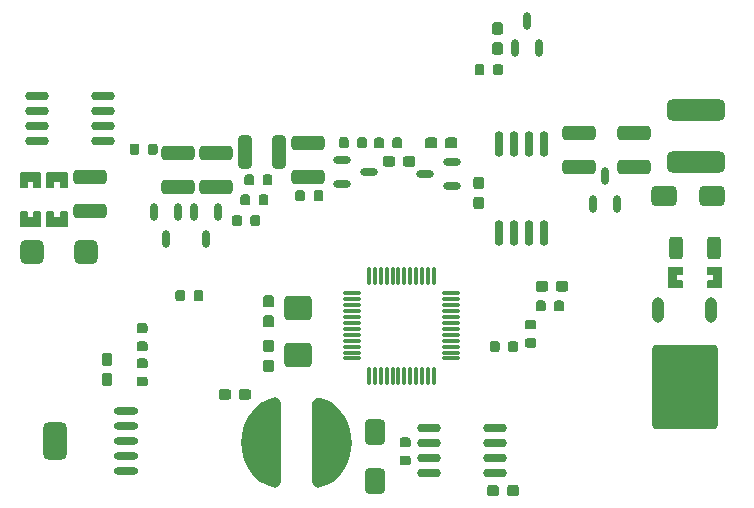
<source format=gtp>
G04 Layer_Color=8421504*
%FSLAX24Y24*%
%MOIN*%
G70*
G01*
G75*
%ADD15O,0.0800X0.0295*%
%ADD16O,0.0807X0.0256*%
G04:AMPARAMS|DCode=17|XSize=126mil|YSize=80.7mil|CornerRadius=20.2mil|HoleSize=0mil|Usage=FLASHONLY|Rotation=270.000|XOffset=0mil|YOffset=0mil|HoleType=Round|Shape=RoundedRectangle|*
%AMROUNDEDRECTD17*
21,1,0.1260,0.0404,0,0,270.0*
21,1,0.0856,0.0807,0,0,270.0*
1,1,0.0404,-0.0202,-0.0428*
1,1,0.0404,-0.0202,0.0428*
1,1,0.0404,0.0202,0.0428*
1,1,0.0404,0.0202,-0.0428*
%
%ADD17ROUNDEDRECTD17*%
%ADD18O,0.0118X0.0630*%
%ADD19O,0.0630X0.0118*%
%ADD20O,0.0295X0.0850*%
G04:AMPARAMS|DCode=21|XSize=110.2mil|YSize=47.2mil|CornerRadius=11.8mil|HoleSize=0mil|Usage=FLASHONLY|Rotation=180.000|XOffset=0mil|YOffset=0mil|HoleType=Round|Shape=RoundedRectangle|*
%AMROUNDEDRECTD21*
21,1,0.1102,0.0236,0,0,180.0*
21,1,0.0866,0.0472,0,0,180.0*
1,1,0.0236,-0.0433,0.0118*
1,1,0.0236,0.0433,0.0118*
1,1,0.0236,0.0433,-0.0118*
1,1,0.0236,-0.0433,-0.0118*
%
%ADD21ROUNDEDRECTD21*%
G04:AMPARAMS|DCode=22|XSize=110.2mil|YSize=47.2mil|CornerRadius=11.8mil|HoleSize=0mil|Usage=FLASHONLY|Rotation=90.000|XOffset=0mil|YOffset=0mil|HoleType=Round|Shape=RoundedRectangle|*
%AMROUNDEDRECTD22*
21,1,0.1102,0.0236,0,0,90.0*
21,1,0.0866,0.0472,0,0,90.0*
1,1,0.0236,0.0118,0.0433*
1,1,0.0236,0.0118,-0.0433*
1,1,0.0236,-0.0118,-0.0433*
1,1,0.0236,-0.0118,0.0433*
%
%ADD22ROUNDEDRECTD22*%
G04:AMPARAMS|DCode=23|XSize=194.9mil|YSize=70.9mil|CornerRadius=17.7mil|HoleSize=0mil|Usage=FLASHONLY|Rotation=0.000|XOffset=0mil|YOffset=0mil|HoleType=Round|Shape=RoundedRectangle|*
%AMROUNDEDRECTD23*
21,1,0.1949,0.0354,0,0,0.0*
21,1,0.1594,0.0709,0,0,0.0*
1,1,0.0354,0.0797,-0.0177*
1,1,0.0354,-0.0797,-0.0177*
1,1,0.0354,-0.0797,0.0177*
1,1,0.0354,0.0797,0.0177*
%
%ADD23ROUNDEDRECTD23*%
G04:AMPARAMS|DCode=25|XSize=90.6mil|YSize=82.7mil|CornerRadius=12.4mil|HoleSize=0mil|Usage=FLASHONLY|Rotation=0.000|XOffset=0mil|YOffset=0mil|HoleType=Round|Shape=RoundedRectangle|*
%AMROUNDEDRECTD25*
21,1,0.0906,0.0579,0,0,0.0*
21,1,0.0657,0.0827,0,0,0.0*
1,1,0.0248,0.0329,-0.0289*
1,1,0.0248,-0.0329,-0.0289*
1,1,0.0248,-0.0329,0.0289*
1,1,0.0248,0.0329,0.0289*
%
%ADD25ROUNDEDRECTD25*%
G04:AMPARAMS|DCode=26|XSize=47.2mil|YSize=74.8mil|CornerRadius=11.8mil|HoleSize=0mil|Usage=FLASHONLY|Rotation=180.000|XOffset=0mil|YOffset=0mil|HoleType=Round|Shape=RoundedRectangle|*
%AMROUNDEDRECTD26*
21,1,0.0472,0.0512,0,0,180.0*
21,1,0.0236,0.0748,0,0,180.0*
1,1,0.0236,-0.0118,0.0256*
1,1,0.0236,0.0118,0.0256*
1,1,0.0236,0.0118,-0.0256*
1,1,0.0236,-0.0118,-0.0256*
%
%ADD26ROUNDEDRECTD26*%
%ADD28O,0.0281X0.0591*%
%ADD29O,0.0591X0.0281*%
G04:AMPARAMS|DCode=31|XSize=86.6mil|YSize=68.9mil|CornerRadius=17.2mil|HoleSize=0mil|Usage=FLASHONLY|Rotation=90.000|XOffset=0mil|YOffset=0mil|HoleType=Round|Shape=RoundedRectangle|*
%AMROUNDEDRECTD31*
21,1,0.0866,0.0344,0,0,90.0*
21,1,0.0522,0.0689,0,0,90.0*
1,1,0.0344,0.0172,0.0261*
1,1,0.0344,0.0172,-0.0261*
1,1,0.0344,-0.0172,-0.0261*
1,1,0.0344,-0.0172,0.0261*
%
%ADD31ROUNDEDRECTD31*%
G04:AMPARAMS|DCode=32|XSize=86.6mil|YSize=68.9mil|CornerRadius=17.2mil|HoleSize=0mil|Usage=FLASHONLY|Rotation=180.000|XOffset=0mil|YOffset=0mil|HoleType=Round|Shape=RoundedRectangle|*
%AMROUNDEDRECTD32*
21,1,0.0866,0.0344,0,0,180.0*
21,1,0.0522,0.0689,0,0,180.0*
1,1,0.0344,-0.0261,0.0172*
1,1,0.0344,0.0261,0.0172*
1,1,0.0344,0.0261,-0.0172*
1,1,0.0344,-0.0261,-0.0172*
%
%ADD32ROUNDEDRECTD32*%
G04:AMPARAMS|DCode=34|XSize=279.5mil|YSize=218.5mil|CornerRadius=10.9mil|HoleSize=0mil|Usage=FLASHONLY|Rotation=270.000|XOffset=0mil|YOffset=0mil|HoleType=Round|Shape=RoundedRectangle|*
%AMROUNDEDRECTD34*
21,1,0.2795,0.1967,0,0,270.0*
21,1,0.2577,0.2185,0,0,270.0*
1,1,0.0219,-0.0983,-0.1288*
1,1,0.0219,-0.0983,0.1288*
1,1,0.0219,0.0983,0.1288*
1,1,0.0219,0.0983,-0.1288*
%
%ADD34ROUNDEDRECTD34*%
%ADD35O,0.0394X0.0846*%
G04:AMPARAMS|DCode=36|XSize=82.7mil|YSize=78.7mil|CornerRadius=19.7mil|HoleSize=0mil|Usage=FLASHONLY|Rotation=90.000|XOffset=0mil|YOffset=0mil|HoleType=Round|Shape=RoundedRectangle|*
%AMROUNDEDRECTD36*
21,1,0.0827,0.0394,0,0,90.0*
21,1,0.0433,0.0787,0,0,90.0*
1,1,0.0394,0.0197,0.0217*
1,1,0.0394,0.0197,-0.0217*
1,1,0.0394,-0.0197,-0.0217*
1,1,0.0394,-0.0197,0.0217*
%
%ADD36ROUNDEDRECTD36*%
G36*
X37405Y36071D02*
X37431Y36053D01*
X37449Y36026D01*
X37455Y35995D01*
Y35835D01*
X37449Y35804D01*
X37431Y35778D01*
X37405Y35760D01*
X37374Y35754D01*
X37174D01*
X37142Y35760D01*
X37116Y35778D01*
X37098Y35804D01*
X37092Y35835D01*
Y35995D01*
X37098Y36026D01*
X37116Y36053D01*
X37142Y36071D01*
X37174Y36077D01*
X37374D01*
X37405Y36071D01*
D02*
G37*
G36*
X28659Y36223D02*
X28688Y36203D01*
X28708Y36173D01*
X28715Y36138D01*
Y35908D01*
X28708Y35873D01*
X28688Y35843D01*
X28659Y35823D01*
X28623Y35817D01*
X28443D01*
X28408Y35823D01*
X28379Y35843D01*
X28359Y35873D01*
X28352Y35908D01*
Y36138D01*
X28359Y36173D01*
X28379Y36203D01*
X28408Y36223D01*
X28443Y36230D01*
X28623D01*
X28659Y36223D01*
D02*
G37*
G36*
X37720Y36711D02*
X37746Y36693D01*
X37764Y36667D01*
X37770Y36635D01*
Y36435D01*
X37764Y36404D01*
X37746Y36378D01*
X37720Y36360D01*
X37688Y36354D01*
X37528D01*
X37497Y36360D01*
X37471Y36378D01*
X37453Y36404D01*
X37447Y36435D01*
Y36635D01*
X37453Y36667D01*
X37471Y36693D01*
X37497Y36711D01*
X37528Y36717D01*
X37688D01*
X37720Y36711D01*
D02*
G37*
G36*
X24452Y35952D02*
X24479Y35935D01*
X24496Y35908D01*
X24502Y35877D01*
Y35717D01*
X24496Y35686D01*
X24479Y35659D01*
X24452Y35642D01*
X24421Y35636D01*
X24221D01*
X24190Y35642D01*
X24163Y35659D01*
X24146Y35686D01*
X24139Y35717D01*
Y35877D01*
X24146Y35908D01*
X24163Y35935D01*
X24190Y35952D01*
X24221Y35959D01*
X24421D01*
X24452Y35952D01*
D02*
G37*
G36*
X36794Y35362D02*
X36821Y35345D01*
X36838Y35318D01*
X36845Y35287D01*
Y35087D01*
X36838Y35056D01*
X36821Y35029D01*
X36794Y35012D01*
X36763Y35005D01*
X36603D01*
X36572Y35012D01*
X36545Y35029D01*
X36528Y35056D01*
X36521Y35087D01*
Y35287D01*
X36528Y35318D01*
X36545Y35345D01*
X36572Y35362D01*
X36603Y35369D01*
X36763D01*
X36794Y35362D01*
D02*
G37*
G36*
X24452Y35342D02*
X24479Y35325D01*
X24496Y35298D01*
X24502Y35267D01*
Y35107D01*
X24496Y35076D01*
X24479Y35049D01*
X24452Y35032D01*
X24421Y35026D01*
X24221D01*
X24190Y35032D01*
X24163Y35049D01*
X24146Y35076D01*
X24139Y35107D01*
Y35267D01*
X24146Y35298D01*
X24163Y35325D01*
X24190Y35342D01*
X24221Y35349D01*
X24421D01*
X24452Y35342D01*
D02*
G37*
G36*
X37405Y35461D02*
X37431Y35443D01*
X37449Y35416D01*
X37455Y35385D01*
Y35225D01*
X37449Y35194D01*
X37431Y35168D01*
X37405Y35150D01*
X37374Y35144D01*
X37174D01*
X37142Y35150D01*
X37116Y35168D01*
X37098Y35194D01*
X37092Y35225D01*
Y35385D01*
X37098Y35416D01*
X37116Y35443D01*
X37142Y35461D01*
X37174Y35467D01*
X37374D01*
X37405Y35461D01*
D02*
G37*
G36*
X37797Y37370D02*
X37827Y37350D01*
X37847Y37320D01*
X37854Y37285D01*
Y37105D01*
X37847Y37070D01*
X37827Y37040D01*
X37797Y37020D01*
X37762Y37013D01*
X37532D01*
X37497Y37020D01*
X37467Y37040D01*
X37448Y37070D01*
X37441Y37105D01*
Y37285D01*
X37448Y37320D01*
X37467Y37350D01*
X37497Y37370D01*
X37532Y37377D01*
X37762D01*
X37797Y37370D01*
D02*
G37*
G36*
X38467D02*
X38497Y37350D01*
X38517Y37320D01*
X38524Y37285D01*
Y37105D01*
X38517Y37070D01*
X38497Y37040D01*
X38467Y37020D01*
X38432Y37013D01*
X38202D01*
X38167Y37020D01*
X38137Y37040D01*
X38118Y37070D01*
X38111Y37105D01*
Y37285D01*
X38118Y37320D01*
X38137Y37350D01*
X38167Y37370D01*
X38202Y37377D01*
X38432D01*
X38467Y37370D01*
D02*
G37*
G36*
X42343Y37832D02*
X42352Y37811D01*
Y37608D01*
X42343Y37587D01*
X42322Y37579D01*
X42185D01*
X42164Y37570D01*
X42155Y37549D01*
Y37411D01*
X42164Y37391D01*
X42185Y37382D01*
X42322D01*
X42343Y37373D01*
X42352Y37352D01*
Y37150D01*
X42343Y37129D01*
X42322Y37120D01*
X41870D01*
X41849Y37129D01*
X41840Y37150D01*
Y37811D01*
X41849Y37832D01*
X41870Y37841D01*
X42322D01*
X42343Y37832D01*
D02*
G37*
G36*
X26312Y37065D02*
X26338Y37047D01*
X26356Y37021D01*
X26362Y36990D01*
Y36790D01*
X26356Y36759D01*
X26338Y36732D01*
X26312Y36714D01*
X26281Y36708D01*
X26121D01*
X26089Y36714D01*
X26063Y36732D01*
X26045Y36759D01*
X26039Y36790D01*
Y36990D01*
X26045Y37021D01*
X26063Y37047D01*
X26089Y37065D01*
X26121Y37071D01*
X26281D01*
X26312Y37065D01*
D02*
G37*
G36*
X38330Y36711D02*
X38356Y36693D01*
X38374Y36667D01*
X38380Y36635D01*
Y36435D01*
X38374Y36404D01*
X38356Y36378D01*
X38330Y36360D01*
X38298Y36354D01*
X38138D01*
X38107Y36360D01*
X38081Y36378D01*
X38063Y36404D01*
X38057Y36435D01*
Y36635D01*
X38063Y36667D01*
X38081Y36693D01*
X38107Y36711D01*
X38138Y36717D01*
X38298D01*
X38330Y36711D01*
D02*
G37*
G36*
X28659Y36893D02*
X28688Y36873D01*
X28708Y36843D01*
X28715Y36808D01*
Y36578D01*
X28708Y36543D01*
X28688Y36513D01*
X28659Y36493D01*
X28623Y36487D01*
X28443D01*
X28408Y36493D01*
X28379Y36513D01*
X28359Y36543D01*
X28352Y36578D01*
Y36808D01*
X28359Y36843D01*
X28379Y36873D01*
X28408Y36893D01*
X28443Y36900D01*
X28623D01*
X28659Y36893D01*
D02*
G37*
G36*
X25702Y37065D02*
X25728Y37047D01*
X25746Y37021D01*
X25752Y36990D01*
Y36790D01*
X25746Y36759D01*
X25728Y36732D01*
X25702Y36714D01*
X25671Y36708D01*
X25511D01*
X25479Y36714D01*
X25453Y36732D01*
X25435Y36759D01*
X25429Y36790D01*
Y36990D01*
X25435Y37021D01*
X25453Y37047D01*
X25479Y37065D01*
X25511Y37071D01*
X25671D01*
X25702Y37065D01*
D02*
G37*
G36*
X36184Y35362D02*
X36211Y35345D01*
X36228Y35318D01*
X36235Y35287D01*
Y35087D01*
X36228Y35056D01*
X36211Y35029D01*
X36184Y35012D01*
X36153Y35005D01*
X35993D01*
X35962Y35012D01*
X35935Y35029D01*
X35918Y35056D01*
X35911Y35087D01*
Y35287D01*
X35918Y35318D01*
X35935Y35345D01*
X35962Y35362D01*
X35993Y35369D01*
X36153D01*
X36184Y35362D01*
D02*
G37*
G36*
X33222Y31533D02*
X33248Y31516D01*
X33266Y31489D01*
X33272Y31458D01*
Y31298D01*
X33266Y31267D01*
X33248Y31240D01*
X33222Y31223D01*
X33191Y31216D01*
X32991D01*
X32959Y31223D01*
X32933Y31240D01*
X32915Y31267D01*
X32909Y31298D01*
Y31458D01*
X32915Y31489D01*
X32933Y31516D01*
X32959Y31533D01*
X32991Y31540D01*
X33191D01*
X33222Y31533D01*
D02*
G37*
G36*
Y32143D02*
X33248Y32126D01*
X33266Y32099D01*
X33272Y32068D01*
Y31908D01*
X33266Y31877D01*
X33248Y31850D01*
X33222Y31833D01*
X33191Y31827D01*
X32991D01*
X32959Y31833D01*
X32933Y31850D01*
X32915Y31877D01*
X32909Y31908D01*
Y32068D01*
X32915Y32099D01*
X32933Y32126D01*
X32959Y32143D01*
X32991Y32150D01*
X33191D01*
X33222Y32143D01*
D02*
G37*
G36*
X27227Y33767D02*
X27256Y33747D01*
X27276Y33718D01*
X27283Y33683D01*
Y33503D01*
X27276Y33467D01*
X27256Y33438D01*
X27227Y33418D01*
X27191Y33411D01*
X26961D01*
X26926Y33418D01*
X26897Y33438D01*
X26877Y33467D01*
X26870Y33503D01*
Y33683D01*
X26877Y33718D01*
X26897Y33747D01*
X26926Y33767D01*
X26961Y33774D01*
X27191D01*
X27227Y33767D01*
D02*
G37*
G36*
X28834Y33463D02*
X28893Y33419D01*
X28932Y33357D01*
X28946Y33285D01*
Y30679D01*
X28932Y30605D01*
X28892Y30541D01*
X28831Y30496D01*
X28758Y30477D01*
X28683Y30486D01*
X28553Y30526D01*
X28402Y30587D01*
X28263Y30670D01*
X28138Y30774D01*
X28133Y30779D01*
X27984Y30944D01*
X27858Y31128D01*
X27758Y31327D01*
X27685Y31538D01*
X27641Y31756D01*
X27626Y31978D01*
X27641Y32201D01*
X27685Y32419D01*
X27758Y32630D01*
X27858Y32829D01*
X27984Y33013D01*
X28133Y33178D01*
X28135Y33180D01*
X28262Y33286D01*
X28403Y33370D01*
X28556Y33431D01*
X28690Y33473D01*
X28763Y33482D01*
X28834Y33463D01*
D02*
G37*
G36*
X36164Y30559D02*
X36193Y30539D01*
X36213Y30509D01*
X36220Y30474D01*
Y30294D01*
X36213Y30259D01*
X36193Y30229D01*
X36164Y30209D01*
X36128Y30202D01*
X35898D01*
X35863Y30209D01*
X35834Y30229D01*
X35814Y30259D01*
X35807Y30294D01*
Y30474D01*
X35814Y30509D01*
X35834Y30539D01*
X35863Y30559D01*
X35898Y30566D01*
X36128D01*
X36164Y30559D01*
D02*
G37*
G36*
X36834D02*
X36863Y30539D01*
X36883Y30509D01*
X36890Y30474D01*
Y30294D01*
X36883Y30259D01*
X36863Y30229D01*
X36834Y30209D01*
X36798Y30202D01*
X36568D01*
X36533Y30209D01*
X36504Y30229D01*
X36484Y30259D01*
X36477Y30294D01*
Y30474D01*
X36484Y30509D01*
X36504Y30539D01*
X36533Y30559D01*
X36568Y30566D01*
X36798D01*
X36834Y30559D01*
D02*
G37*
G36*
X30254Y33471D02*
X30384Y33430D01*
X30535Y33370D01*
X30674Y33287D01*
X30800Y33183D01*
X30804Y33178D01*
X30953Y33013D01*
X31079Y32829D01*
X31179Y32630D01*
X31252Y32419D01*
X31296Y32201D01*
X31311Y31978D01*
X31296Y31756D01*
X31252Y31538D01*
X31179Y31327D01*
X31079Y31128D01*
X30953Y30944D01*
X30804Y30779D01*
X30802Y30776D01*
X30675Y30671D01*
X30534Y30587D01*
X30381Y30525D01*
X30247Y30484D01*
X30174Y30475D01*
X30103Y30494D01*
X30044Y30537D01*
X30005Y30599D01*
X29991Y30672D01*
Y33277D01*
X30005Y33352D01*
X30045Y33415D01*
X30106Y33460D01*
X30179Y33480D01*
X30254Y33471D01*
D02*
G37*
G36*
X24452Y34781D02*
X24479Y34764D01*
X24496Y34737D01*
X24502Y34706D01*
Y34546D01*
X24496Y34515D01*
X24479Y34488D01*
X24452Y34471D01*
X24421Y34464D01*
X24221D01*
X24190Y34471D01*
X24163Y34488D01*
X24146Y34515D01*
X24139Y34546D01*
Y34706D01*
X24146Y34737D01*
X24163Y34764D01*
X24190Y34781D01*
X24221Y34787D01*
X24421D01*
X24452Y34781D01*
D02*
G37*
G36*
X23275Y34954D02*
X23304Y34934D01*
X23324Y34904D01*
X23331Y34869D01*
Y34639D01*
X23324Y34604D01*
X23304Y34574D01*
X23275Y34555D01*
X23240Y34548D01*
X23060D01*
X23024Y34555D01*
X22995Y34574D01*
X22975Y34604D01*
X22968Y34639D01*
Y34869D01*
X22975Y34904D01*
X22995Y34934D01*
X23024Y34954D01*
X23060Y34961D01*
X23240D01*
X23275Y34954D01*
D02*
G37*
G36*
X28658Y35407D02*
X28687Y35387D01*
X28707Y35357D01*
X28714Y35322D01*
Y35092D01*
X28707Y35057D01*
X28687Y35027D01*
X28658Y35007D01*
X28623Y35000D01*
X28443D01*
X28407Y35007D01*
X28378Y35027D01*
X28358Y35057D01*
X28351Y35092D01*
Y35322D01*
X28358Y35357D01*
X28378Y35387D01*
X28407Y35407D01*
X28443Y35414D01*
X28623D01*
X28658Y35407D01*
D02*
G37*
G36*
Y34737D02*
X28687Y34717D01*
X28707Y34687D01*
X28714Y34652D01*
Y34422D01*
X28707Y34387D01*
X28687Y34357D01*
X28658Y34337D01*
X28623Y34330D01*
X28443D01*
X28407Y34337D01*
X28378Y34357D01*
X28358Y34387D01*
X28351Y34422D01*
Y34652D01*
X28358Y34687D01*
X28378Y34717D01*
X28407Y34737D01*
X28443Y34744D01*
X28623D01*
X28658Y34737D01*
D02*
G37*
G36*
X27897Y33767D02*
X27926Y33747D01*
X27946Y33718D01*
X27953Y33683D01*
Y33503D01*
X27946Y33467D01*
X27926Y33438D01*
X27897Y33418D01*
X27861Y33411D01*
X27631D01*
X27596Y33418D01*
X27567Y33438D01*
X27547Y33467D01*
X27540Y33503D01*
Y33683D01*
X27547Y33718D01*
X27567Y33747D01*
X27596Y33767D01*
X27631Y33774D01*
X27861D01*
X27897Y33767D01*
D02*
G37*
G36*
X24452Y34171D02*
X24479Y34154D01*
X24496Y34127D01*
X24502Y34096D01*
Y33936D01*
X24496Y33905D01*
X24479Y33878D01*
X24452Y33861D01*
X24421Y33854D01*
X24221D01*
X24190Y33861D01*
X24163Y33878D01*
X24146Y33905D01*
X24139Y33936D01*
Y34096D01*
X24146Y34127D01*
X24163Y34154D01*
X24190Y34171D01*
X24221Y34177D01*
X24421D01*
X24452Y34171D01*
D02*
G37*
G36*
X23275Y34284D02*
X23304Y34264D01*
X23324Y34234D01*
X23331Y34199D01*
Y33969D01*
X23324Y33934D01*
X23304Y33904D01*
X23275Y33885D01*
X23240Y33878D01*
X23060D01*
X23024Y33885D01*
X22995Y33904D01*
X22975Y33934D01*
X22968Y33969D01*
Y34199D01*
X22975Y34234D01*
X22995Y34264D01*
X23024Y34284D01*
X23060Y34291D01*
X23240D01*
X23275Y34284D01*
D02*
G37*
G36*
X34106Y42143D02*
X34136Y42123D01*
X34156Y42094D01*
X34163Y42059D01*
Y41878D01*
X34156Y41843D01*
X34136Y41814D01*
X34106Y41794D01*
X34071Y41787D01*
X33841D01*
X33806Y41794D01*
X33776Y41814D01*
X33757Y41843D01*
X33750Y41878D01*
Y42059D01*
X33757Y42094D01*
X33776Y42123D01*
X33806Y42143D01*
X33841Y42150D01*
X34071D01*
X34106Y42143D01*
D02*
G37*
G36*
X34776D02*
X34806Y42123D01*
X34826Y42094D01*
X34833Y42059D01*
Y41878D01*
X34826Y41843D01*
X34806Y41814D01*
X34776Y41794D01*
X34741Y41787D01*
X34511D01*
X34476Y41794D01*
X34446Y41814D01*
X34427Y41843D01*
X34420Y41878D01*
Y42059D01*
X34427Y42094D01*
X34446Y42123D01*
X34476Y42143D01*
X34511Y42150D01*
X34741D01*
X34776Y42143D01*
D02*
G37*
G36*
X32326Y42144D02*
X32352Y42126D01*
X32370Y42100D01*
X32376Y42069D01*
Y41869D01*
X32370Y41837D01*
X32352Y41811D01*
X32326Y41793D01*
X32295Y41787D01*
X32135D01*
X32103Y41793D01*
X32077Y41811D01*
X32059Y41837D01*
X32053Y41869D01*
Y42069D01*
X32059Y42100D01*
X32077Y42126D01*
X32103Y42144D01*
X32135Y42150D01*
X32295D01*
X32326Y42144D01*
D02*
G37*
G36*
X24786Y41937D02*
X24813Y41919D01*
X24830Y41893D01*
X24837Y41862D01*
Y41662D01*
X24830Y41631D01*
X24813Y41604D01*
X24786Y41586D01*
X24755Y41580D01*
X24595D01*
X24564Y41586D01*
X24537Y41604D01*
X24520Y41631D01*
X24514Y41662D01*
Y41862D01*
X24520Y41893D01*
X24537Y41919D01*
X24564Y41937D01*
X24595Y41943D01*
X24755D01*
X24786Y41937D01*
D02*
G37*
G36*
X32699Y41533D02*
X32729Y41513D01*
X32749Y41483D01*
X32756Y41448D01*
Y41268D01*
X32749Y41233D01*
X32729Y41203D01*
X32699Y41183D01*
X32664Y41177D01*
X32434D01*
X32399Y41183D01*
X32369Y41203D01*
X32349Y41233D01*
X32342Y41268D01*
Y41448D01*
X32349Y41483D01*
X32369Y41513D01*
X32399Y41533D01*
X32434Y41540D01*
X32664D01*
X32699Y41533D01*
D02*
G37*
G36*
X33369D02*
X33399Y41513D01*
X33419Y41483D01*
X33426Y41448D01*
Y41268D01*
X33419Y41233D01*
X33399Y41203D01*
X33369Y41183D01*
X33334Y41177D01*
X33104D01*
X33069Y41183D01*
X33039Y41203D01*
X33019Y41233D01*
X33012Y41268D01*
Y41448D01*
X33019Y41483D01*
X33039Y41513D01*
X33069Y41533D01*
X33104Y41540D01*
X33334D01*
X33369Y41533D01*
D02*
G37*
G36*
X24176Y41937D02*
X24203Y41919D01*
X24220Y41893D01*
X24227Y41862D01*
Y41662D01*
X24220Y41631D01*
X24203Y41604D01*
X24176Y41586D01*
X24145Y41580D01*
X23985D01*
X23954Y41586D01*
X23927Y41604D01*
X23910Y41631D01*
X23904Y41662D01*
Y41862D01*
X23910Y41893D01*
X23927Y41919D01*
X23954Y41937D01*
X23985Y41943D01*
X24145D01*
X24176Y41937D01*
D02*
G37*
G36*
X36292Y44595D02*
X36319Y44577D01*
X36336Y44551D01*
X36343Y44519D01*
Y44319D01*
X36336Y44288D01*
X36319Y44262D01*
X36292Y44244D01*
X36261Y44238D01*
X36101D01*
X36070Y44244D01*
X36043Y44262D01*
X36026Y44288D01*
X36019Y44319D01*
Y44519D01*
X36026Y44551D01*
X36043Y44577D01*
X36070Y44595D01*
X36101Y44601D01*
X36261D01*
X36292Y44595D01*
D02*
G37*
G36*
X36287Y45318D02*
X36316Y45298D01*
X36336Y45268D01*
X36343Y45233D01*
Y45003D01*
X36336Y44968D01*
X36316Y44938D01*
X36287Y44918D01*
X36251Y44911D01*
X36071D01*
X36036Y44918D01*
X36007Y44938D01*
X35987Y44968D01*
X35980Y45003D01*
Y45233D01*
X35987Y45268D01*
X36007Y45298D01*
X36036Y45318D01*
X36071Y45325D01*
X36251D01*
X36287Y45318D01*
D02*
G37*
G36*
Y45988D02*
X36316Y45968D01*
X36336Y45938D01*
X36343Y45903D01*
Y45673D01*
X36336Y45638D01*
X36316Y45608D01*
X36287Y45588D01*
X36251Y45581D01*
X36071D01*
X36036Y45588D01*
X36007Y45608D01*
X35987Y45638D01*
X35980Y45673D01*
Y45903D01*
X35987Y45938D01*
X36007Y45968D01*
X36036Y45988D01*
X36071Y45995D01*
X36251D01*
X36287Y45988D01*
D02*
G37*
G36*
X35682Y44595D02*
X35709Y44577D01*
X35726Y44551D01*
X35733Y44519D01*
Y44319D01*
X35726Y44288D01*
X35709Y44262D01*
X35682Y44244D01*
X35651Y44238D01*
X35491D01*
X35460Y44244D01*
X35433Y44262D01*
X35416Y44288D01*
X35409Y44319D01*
Y44519D01*
X35416Y44551D01*
X35433Y44577D01*
X35460Y44595D01*
X35491Y44601D01*
X35651D01*
X35682Y44595D01*
D02*
G37*
G36*
X32936Y42144D02*
X32962Y42126D01*
X32980Y42100D01*
X32986Y42069D01*
Y41869D01*
X32980Y41837D01*
X32962Y41811D01*
X32936Y41793D01*
X32905Y41787D01*
X32745D01*
X32713Y41793D01*
X32687Y41811D01*
X32669Y41837D01*
X32663Y41869D01*
Y42069D01*
X32669Y42100D01*
X32687Y42126D01*
X32713Y42144D01*
X32745Y42150D01*
X32905D01*
X32936Y42144D01*
D02*
G37*
G36*
X31155Y42154D02*
X31181Y42136D01*
X31199Y42110D01*
X31205Y42078D01*
Y41878D01*
X31199Y41847D01*
X31181Y41821D01*
X31155Y41803D01*
X31123Y41797D01*
X30963D01*
X30932Y41803D01*
X30906Y41821D01*
X30888Y41847D01*
X30882Y41878D01*
Y42078D01*
X30888Y42110D01*
X30906Y42136D01*
X30932Y42154D01*
X30963Y42160D01*
X31123D01*
X31155Y42154D01*
D02*
G37*
G36*
X31765D02*
X31791Y42136D01*
X31809Y42110D01*
X31815Y42078D01*
Y41878D01*
X31809Y41847D01*
X31791Y41821D01*
X31765Y41803D01*
X31733Y41797D01*
X31573D01*
X31542Y41803D01*
X31516Y41821D01*
X31498Y41847D01*
X31492Y41878D01*
Y42078D01*
X31498Y42110D01*
X31516Y42136D01*
X31542Y42154D01*
X31573Y42160D01*
X31733D01*
X31765Y42154D01*
D02*
G37*
G36*
X28615Y40914D02*
X28642Y40896D01*
X28659Y40869D01*
X28665Y40838D01*
Y40638D01*
X28659Y40607D01*
X28642Y40581D01*
X28615Y40563D01*
X28584Y40557D01*
X28424D01*
X28393Y40563D01*
X28366Y40581D01*
X28348Y40607D01*
X28342Y40638D01*
Y40838D01*
X28348Y40869D01*
X28366Y40896D01*
X28393Y40914D01*
X28424Y40920D01*
X28584D01*
X28615Y40914D01*
D02*
G37*
G36*
X21838Y39676D02*
X21846Y39655D01*
Y39202D01*
X21838Y39181D01*
X21817Y39173D01*
X21156D01*
X21135Y39181D01*
X21126Y39202D01*
Y39655D01*
X21135Y39676D01*
X21156Y39685D01*
X21358D01*
X21379Y39676D01*
X21388Y39655D01*
Y39517D01*
X21396Y39496D01*
X21417Y39488D01*
X21555D01*
X21576Y39496D01*
X21585Y39517D01*
Y39655D01*
X21593Y39676D01*
X21614Y39685D01*
X21817D01*
X21838Y39676D01*
D02*
G37*
G36*
X35666Y40170D02*
X35696Y40150D01*
X35716Y40120D01*
X35723Y40085D01*
Y39855D01*
X35716Y39820D01*
X35696Y39790D01*
X35666Y39770D01*
X35631Y39763D01*
X35451D01*
X35416Y39770D01*
X35386Y39790D01*
X35367Y39820D01*
X35360Y39855D01*
Y40085D01*
X35367Y40120D01*
X35386Y40150D01*
X35416Y40170D01*
X35451Y40177D01*
X35631D01*
X35666Y40170D01*
D02*
G37*
G36*
X27867Y40244D02*
X27894Y40227D01*
X27911Y40200D01*
X27918Y40169D01*
Y39969D01*
X27911Y39938D01*
X27894Y39911D01*
X27867Y39894D01*
X27836Y39887D01*
X27676D01*
X27645Y39894D01*
X27618Y39911D01*
X27601Y39938D01*
X27594Y39969D01*
Y40169D01*
X27601Y40200D01*
X27618Y40227D01*
X27645Y40244D01*
X27676Y40250D01*
X27836D01*
X27867Y40244D01*
D02*
G37*
G36*
X20952Y39676D02*
X20961Y39655D01*
Y39202D01*
X20952Y39181D01*
X20931Y39173D01*
X20270D01*
X20249Y39181D01*
X20240Y39202D01*
Y39655D01*
X20249Y39676D01*
X20270Y39685D01*
X20472D01*
X20493Y39676D01*
X20502Y39655D01*
Y39517D01*
X20511Y39496D01*
X20531Y39488D01*
X20669D01*
X20690Y39496D01*
X20699Y39517D01*
Y39655D01*
X20707Y39676D01*
X20728Y39685D01*
X20931D01*
X20952Y39676D01*
D02*
G37*
G36*
X43643Y37832D02*
X43652Y37811D01*
Y37150D01*
X43643Y37129D01*
X43622Y37120D01*
X43170D01*
X43149Y37129D01*
X43140Y37150D01*
Y37352D01*
X43149Y37373D01*
X43170Y37382D01*
X43307D01*
X43328Y37391D01*
X43337Y37411D01*
Y37549D01*
X43328Y37570D01*
X43307Y37579D01*
X43170D01*
X43149Y37587D01*
X43140Y37608D01*
Y37811D01*
X43149Y37832D01*
X43170Y37841D01*
X43622D01*
X43643Y37832D01*
D02*
G37*
G36*
X27592Y39565D02*
X27618Y39547D01*
X27636Y39521D01*
X27642Y39490D01*
Y39290D01*
X27636Y39259D01*
X27618Y39232D01*
X27592Y39214D01*
X27560Y39208D01*
X27400D01*
X27369Y39214D01*
X27343Y39232D01*
X27325Y39259D01*
X27319Y39290D01*
Y39490D01*
X27325Y39521D01*
X27343Y39547D01*
X27369Y39565D01*
X27400Y39571D01*
X27560D01*
X27592Y39565D01*
D02*
G37*
G36*
X28202D02*
X28228Y39547D01*
X28246Y39521D01*
X28252Y39490D01*
Y39290D01*
X28246Y39259D01*
X28228Y39232D01*
X28202Y39214D01*
X28170Y39208D01*
X28010D01*
X27979Y39214D01*
X27953Y39232D01*
X27935Y39259D01*
X27929Y39290D01*
Y39490D01*
X27935Y39521D01*
X27953Y39547D01*
X27979Y39565D01*
X28010Y39571D01*
X28170D01*
X28202Y39565D01*
D02*
G37*
G36*
X20952Y40976D02*
X20961Y40955D01*
Y40502D01*
X20952Y40481D01*
X20931Y40473D01*
X20728D01*
X20707Y40481D01*
X20699Y40502D01*
Y40640D01*
X20690Y40661D01*
X20669Y40670D01*
X20531D01*
X20511Y40661D01*
X20502Y40640D01*
Y40502D01*
X20493Y40481D01*
X20472Y40473D01*
X20270D01*
X20249Y40481D01*
X20240Y40502D01*
Y40955D01*
X20249Y40976D01*
X20270Y40985D01*
X20931D01*
X20952Y40976D01*
D02*
G37*
G36*
X21838D02*
X21846Y40955D01*
Y40502D01*
X21838Y40481D01*
X21817Y40473D01*
X21614D01*
X21593Y40481D01*
X21585Y40502D01*
Y40640D01*
X21576Y40661D01*
X21555Y40670D01*
X21417D01*
X21396Y40661D01*
X21388Y40640D01*
Y40502D01*
X21379Y40481D01*
X21358Y40473D01*
X21156D01*
X21135Y40481D01*
X21126Y40502D01*
Y40955D01*
X21135Y40976D01*
X21156Y40985D01*
X21817D01*
X21838Y40976D01*
D02*
G37*
G36*
X28005Y40914D02*
X28031Y40896D01*
X28049Y40869D01*
X28055Y40838D01*
Y40638D01*
X28049Y40607D01*
X28031Y40581D01*
X28005Y40563D01*
X27974Y40557D01*
X27814D01*
X27783Y40563D01*
X27756Y40581D01*
X27738Y40607D01*
X27732Y40638D01*
Y40838D01*
X27738Y40869D01*
X27756Y40896D01*
X27783Y40914D01*
X27814Y40920D01*
X27974D01*
X28005Y40914D01*
D02*
G37*
G36*
X35666Y40840D02*
X35696Y40820D01*
X35716Y40790D01*
X35723Y40755D01*
Y40525D01*
X35716Y40490D01*
X35696Y40460D01*
X35666Y40440D01*
X35631Y40433D01*
X35451D01*
X35416Y40440D01*
X35386Y40460D01*
X35367Y40490D01*
X35360Y40525D01*
Y40755D01*
X35367Y40790D01*
X35386Y40820D01*
X35416Y40840D01*
X35451Y40847D01*
X35631D01*
X35666Y40840D01*
D02*
G37*
G36*
X28477Y40244D02*
X28504Y40227D01*
X28521Y40200D01*
X28528Y40169D01*
Y39969D01*
X28521Y39938D01*
X28504Y39911D01*
X28477Y39894D01*
X28446Y39887D01*
X28286D01*
X28255Y39894D01*
X28228Y39911D01*
X28211Y39938D01*
X28204Y39969D01*
Y40169D01*
X28211Y40200D01*
X28228Y40227D01*
X28255Y40244D01*
X28286Y40250D01*
X28446D01*
X28477Y40244D01*
D02*
G37*
G36*
X29698Y40382D02*
X29724Y40364D01*
X29742Y40338D01*
X29748Y40307D01*
Y40107D01*
X29742Y40075D01*
X29724Y40049D01*
X29698Y40031D01*
X29667Y40025D01*
X29507D01*
X29476Y40031D01*
X29449Y40049D01*
X29431Y40075D01*
X29425Y40107D01*
Y40307D01*
X29431Y40338D01*
X29449Y40364D01*
X29476Y40382D01*
X29507Y40388D01*
X29667D01*
X29698Y40382D01*
D02*
G37*
G36*
X30308D02*
X30334Y40364D01*
X30352Y40338D01*
X30358Y40307D01*
Y40107D01*
X30352Y40075D01*
X30334Y40049D01*
X30308Y40031D01*
X30277Y40025D01*
X30117D01*
X30086Y40031D01*
X30059Y40049D01*
X30041Y40075D01*
X30035Y40107D01*
Y40307D01*
X30041Y40338D01*
X30059Y40364D01*
X30086Y40382D01*
X30117Y40388D01*
X30277D01*
X30308Y40382D01*
D02*
G37*
D15*
X36098Y31470D02*
D03*
X33898D02*
D03*
X36098Y30970D02*
D03*
X33898D02*
D03*
X36098Y32470D02*
D03*
Y31970D02*
D03*
X33898D02*
D03*
Y32470D02*
D03*
X23027Y42524D02*
D03*
X20827D02*
D03*
X23027Y42024D02*
D03*
X20827D02*
D03*
X23027Y43524D02*
D03*
Y43024D02*
D03*
X20827D02*
D03*
Y43524D02*
D03*
D16*
X23780Y32528D02*
D03*
Y33028D02*
D03*
Y31028D02*
D03*
Y31528D02*
D03*
Y32028D02*
D03*
D17*
X21417D02*
D03*
D18*
X31880Y34213D02*
D03*
X32077D02*
D03*
X32274D02*
D03*
X32470D02*
D03*
X32667D02*
D03*
X32864D02*
D03*
X33061D02*
D03*
X33258D02*
D03*
X33455D02*
D03*
X33652D02*
D03*
Y37520D02*
D03*
X33455D02*
D03*
X33258D02*
D03*
X33061D02*
D03*
X32864D02*
D03*
X32667D02*
D03*
X32470D02*
D03*
X32274D02*
D03*
X32077D02*
D03*
X31880D02*
D03*
X33848Y34213D02*
D03*
X34045D02*
D03*
Y37520D02*
D03*
X33848D02*
D03*
D19*
X34616Y34783D02*
D03*
Y34980D02*
D03*
Y35177D02*
D03*
Y35374D02*
D03*
Y35571D02*
D03*
Y36161D02*
D03*
Y36358D02*
D03*
Y36555D02*
D03*
Y36752D02*
D03*
Y36949D02*
D03*
Y35768D02*
D03*
Y35965D02*
D03*
X31309Y35571D02*
D03*
Y35374D02*
D03*
Y35177D02*
D03*
Y34980D02*
D03*
Y34783D02*
D03*
Y36949D02*
D03*
Y36752D02*
D03*
Y36555D02*
D03*
Y36358D02*
D03*
Y36161D02*
D03*
Y35965D02*
D03*
Y35768D02*
D03*
D20*
X37220Y41917D02*
D03*
Y38967D02*
D03*
X36220Y41917D02*
D03*
X36720D02*
D03*
X37720D02*
D03*
X36220Y38967D02*
D03*
X36720D02*
D03*
X37720D02*
D03*
D21*
X29852Y41959D02*
D03*
Y40817D02*
D03*
X25531Y41624D02*
D03*
Y40482D02*
D03*
X26772Y41624D02*
D03*
Y40482D02*
D03*
X22579Y40827D02*
D03*
Y39685D02*
D03*
X40718Y41152D02*
D03*
Y42293D02*
D03*
X38898Y41152D02*
D03*
Y42293D02*
D03*
D22*
X28878Y41673D02*
D03*
X27736D02*
D03*
D23*
X42785Y41339D02*
D03*
Y43071D02*
D03*
D25*
X29528Y36476D02*
D03*
Y34902D02*
D03*
D26*
X42126Y38455D02*
D03*
X43386D02*
D03*
D28*
X37542Y45123D02*
D03*
X36742D02*
D03*
X37142Y46033D02*
D03*
X25502Y39670D02*
D03*
X24702D02*
D03*
X25102Y38760D02*
D03*
X26860Y39670D02*
D03*
X26060D02*
D03*
X26460Y38760D02*
D03*
X39360Y39946D02*
D03*
X40160D02*
D03*
X39760Y40856D02*
D03*
D29*
X34660Y41332D02*
D03*
Y40532D02*
D03*
X33750Y40932D02*
D03*
X30979Y40598D02*
D03*
Y41398D02*
D03*
X31889Y40998D02*
D03*
D31*
X32087Y32323D02*
D03*
Y30709D02*
D03*
D32*
X41713Y40207D02*
D03*
X43327D02*
D03*
D34*
X42402Y33829D02*
D03*
D35*
X43299Y36388D02*
D03*
X41504D02*
D03*
D36*
X22451Y38317D02*
D03*
X20640D02*
D03*
M02*

</source>
